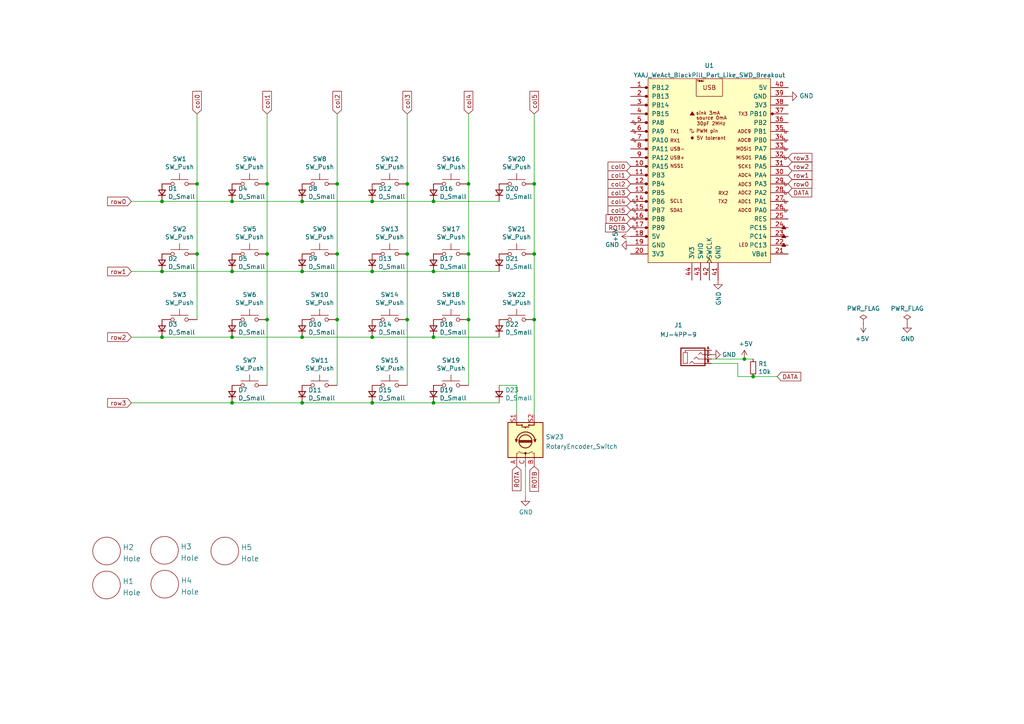
<source format=kicad_sch>
(kicad_sch (version 20211123) (generator eeschema)
  (paper "A4")
  (lib_symbols
    (symbol "Device:D_Small" (pin_numbers hide) (pin_names (offset 0.254) hide)
      (property "Reference" "D" (at -1.27 2.032 0))
      (property "Value" "Device_D_Small" (at -3.81 -2.032 0))
      (symbol "D_Small_0_1"
        (polyline (pts (xy -0.762 -1.016) (xy -0.762 1.016)) (stroke (width 0.254)))
        (polyline (pts (xy -0.762 0) (xy 0.762 0)))
        (polyline (pts (xy 0.762 -1.016) (xy -0.762 0) (xy 0.762 1.016) (xy 0.762 -1.016)) (stroke (width 0.254)))
      )
      (symbol "D_Small_1_1"
        (pin passive line (at -2.54 0 0) (length 1.778) (name "K") (number "1"))
        (pin passive line (at 2.54 0 180) (length 1.778) (name "A") (number "2"))
      )
    )
    (symbol "Device:R_Small" (pin_numbers hide) (pin_names (offset 0.254) hide)
      (property "Reference" "R" (at 0.762 0.508 0))
      (property "Value" "Device_R_Small" (at 0.762 -1.016 0))
      (symbol "R_Small_0_1"
        (rectangle (start -0.762 1.778) (end 0.762 -1.778) (stroke (width 0.2032)))
      )
      (symbol "R_Small_1_1"
        (pin passive line (at 0 2.54 270) (length 0.762) (name "~") (number "1"))
        (pin passive line (at 0 -2.54 90) (length 0.762) (name "~") (number "2"))
      )
    )
    (symbol "Device:RotaryEncoder_Switch" (pin_names (offset 0.254) hide)
      (property "Reference" "SW" (at 0 6.604 0))
      (property "Value" "RotaryEncoder_Switch" (at 0 -6.604 0))
      (symbol "RotaryEncoder_Switch_0_1"
        (rectangle (start -5.08 5.08) (end 5.08 -5.08) (stroke (width 0.254)) (fill (type background)))
        (circle (center -3.81 0) (radius 0.254) (fill (type outline)))
        (arc (start -0.381 -2.794) (mid 2.3622 -0.0635) (end -0.381 2.667) (stroke (width 0.254)))
        (circle (center -0.381 0) (radius 1.905) (stroke (width 0.254)))
        (polyline (pts (xy -0.635 -1.778) (xy -0.635 1.778)) (stroke (width 0.254)))
        (polyline (pts (xy -0.381 -1.778) (xy -0.381 1.778)) (stroke (width 0.254)))
        (polyline (pts (xy -0.127 1.778) (xy -0.127 -1.778)) (stroke (width 0.254)))
        (polyline (pts (xy 3.81 0) (xy 3.429 0)) (stroke (width 0.254)))
        (polyline (pts (xy 3.81 1.016) (xy 3.81 -1.016)) (stroke (width 0.254)))
        (polyline (pts (xy -5.08 -2.54) (xy -3.81 -2.54) (xy -3.81 -2.032)))
        (polyline (pts (xy -5.08 2.54) (xy -3.81 2.54) (xy -3.81 2.032)))
        (polyline (pts (xy 0.254 -3.048) (xy -0.508 -2.794) (xy 0.127 -2.413)) (stroke (width 0.254)))
        (polyline (pts (xy 0.254 2.921) (xy -0.508 2.667) (xy 0.127 2.286)) (stroke (width 0.254)))
        (polyline (pts (xy 5.08 -2.54) (xy 4.318 -2.54) (xy 4.318 -1.016)) (stroke (width 0.254)))
        (polyline (pts (xy 5.08 2.54) (xy 4.318 2.54) (xy 4.318 1.016)) (stroke (width 0.254)))
        (polyline (pts (xy -5.08 0) (xy -3.81 0) (xy -3.81 -1.016) (xy -3.302 -2.032)))
        (polyline (pts (xy -4.318 0) (xy -3.81 0) (xy -3.81 1.016) (xy -3.302 2.032)))
        (circle (center 4.318 -1.016) (radius 0.127) (stroke (width 0.254)))
        (circle (center 4.318 1.016) (radius 0.127) (stroke (width 0.254)))
      )
      (symbol "RotaryEncoder_Switch_1_1"
        (pin passive line (at -7.62 2.54 0) (length 2.54) (name "A") (number "A"))
        (pin passive line (at -7.62 -2.54 0) (length 2.54) (name "B") (number "B"))
        (pin passive line (at -7.62 0 0) (length 2.54) (name "C") (number "C"))
        (pin passive line (at 7.62 2.54 180) (length 2.54) (name "S1") (number "S1"))
        (pin passive line (at 7.62 -2.54 180) (length 2.54) (name "S2") (number "S2"))
      )
    )
    (symbol "Switch:SW_Push" (pin_numbers hide) (pin_names (offset 1.016) hide)
      (property "Reference" "SW" (at 1.27 2.54 0))
      (property "Value" "Switch_SW_Push" (at 0 -1.524 0))
      (symbol "SW_Push_0_1"
        (circle (center -2.032 0) (radius 0.508))
        (polyline (pts (xy 0 1.27) (xy 0 3.048)))
        (polyline (pts (xy 2.54 1.27) (xy -2.54 1.27)))
        (circle (center 2.032 0) (radius 0.508))
        (pin passive line (at -5.08 0 0) (length 2.54) (name "1") (number "1"))
        (pin passive line (at 5.08 0 180) (length 2.54) (name "2") (number "2"))
      )
    )
    (symbol "YAAJ_WeAct_BlackPill_Part_Like_SWD_Breakout:YAAJ_WeAct_BlackPill_Part_Like_SWD_Breakout" (pin_names (offset 1.016))
      (property "Reference" "U" (at -17.526 27.94 0))
      (property "Value" "YAAJ_WeAct_BlackPill_Part_Like_SWD_Breakout" (at 9.144 27.94 0))
      (symbol "YAAJ_WeAct_BlackPill_Part_Like_SWD_Breakout_0_0"
        (circle (center -18.288 -20.32) (radius 0.3556) (fill (type outline)))
        (circle (center -18.288 -17.78) (radius 0.3556) (fill (type outline)))
        (circle (center -18.288 -15.24) (radius 0.3556) (fill (type outline)))
        (circle (center -18.288 -12.7) (radius 0.3556) (fill (type outline)))
        (circle (center -18.288 -10.16) (radius 0.3556) (fill (type outline)))
        (circle (center -18.288 -7.62) (radius 0.3556) (fill (type outline)))
        (circle (center -18.288 -5.08) (radius 0.3556) (fill (type outline)))
        (circle (center -18.288 -2.54) (radius 0.3556) (fill (type outline)))
        (circle (center -18.288 0) (radius 0.3556) (fill (type outline)))
        (circle (center -18.288 2.54) (radius 0.3556) (fill (type outline)))
        (circle (center -18.288 5.08) (radius 0.3556) (fill (type outline)))
        (circle (center -18.288 7.62) (radius 0.3556) (fill (type outline)))
        (circle (center -18.288 10.16) (radius 0.3556) (fill (type outline)))
        (circle (center -18.288 12.7) (radius 0.3556) (fill (type outline)))
        (circle (center -18.288 15.24) (radius 0.3556) (fill (type outline)))
        (circle (center -18.288 17.78) (radius 0.3556) (fill (type outline)))
        (circle (center -18.288 22.86) (radius 0.3556) (fill (type outline)))
        (circle (center -4.953 8.255) (radius 0.127) (fill (type outline)))
        (circle (center -4.953 8.255) (radius 0.254))
        (circle (center -4.953 8.255) (radius 0.3556))
        (polyline (pts (xy -5.588 14.859) (xy -4.953 15.875) (xy -4.318 14.859) (xy -5.588 14.859) (xy -4.953 15.748) (xy -4.445 14.859) (xy -5.461 14.986) (xy -4.953 15.621) (xy -4.572 14.859) (xy -5.334 15.113) (xy -4.826 15.494) (xy -4.699 14.859) (xy -5.207 15.24) (xy -4.699 15.367) (xy -4.826 14.986) (xy -5.08 15.24) (xy -4.826 15.113) (xy -4.953 15.367)))
        (polyline (pts (xy 20.955 -23.241) (xy 21.59 -22.225) (xy 22.225 -23.241) (xy 20.955 -23.241) (xy 21.59 -22.352) (xy 22.098 -23.241) (xy 21.082 -23.114) (xy 21.59 -22.479) (xy 21.971 -23.241) (xy 21.209 -22.987) (xy 21.717 -22.606) (xy 21.844 -23.241) (xy 21.336 -22.86) (xy 21.844 -22.733) (xy 21.717 -23.114) (xy 21.463 -22.86) (xy 21.717 -22.987) (xy 21.59 -22.733)))
        (polyline (pts (xy 20.955 -20.701) (xy 21.59 -19.685) (xy 22.225 -20.701) (xy 20.955 -20.701) (xy 21.59 -19.812) (xy 22.098 -20.701) (xy 21.082 -20.574) (xy 21.59 -19.939) (xy 21.971 -20.701) (xy 21.209 -20.447) (xy 21.717 -20.066) (xy 21.844 -20.701) (xy 21.336 -20.32) (xy 21.844 -20.193) (xy 21.717 -20.574) (xy 21.463 -20.32) (xy 21.717 -20.447) (xy 21.59 -20.193)))
        (polyline (pts (xy 20.955 -18.161) (xy 21.59 -17.145) (xy 22.225 -18.161) (xy 20.955 -18.161) (xy 21.59 -17.272) (xy 22.098 -18.161) (xy 21.082 -18.034) (xy 21.59 -17.399) (xy 21.971 -18.161) (xy 21.209 -17.907) (xy 21.717 -17.526) (xy 21.844 -18.161) (xy 21.336 -17.78) (xy 21.844 -17.653) (xy 21.717 -18.034) (xy 21.463 -17.78) (xy 21.717 -17.907) (xy 21.59 -17.653)))
        (circle (center 18.288 15.24) (radius 0.254) (fill (type outline)))
        (circle (center 18.288 15.24) (radius 0.3556))
        (text "30pF 2MHz" (at 0.508 12.446 0) (effects (font (size 0.9906 0.9906))))
        (text "5V tolerant" (at 0.508 8.255 0) (effects (font (size 0.9906 0.9906))))
        (text "ADC0" (at 10.287 -12.7 0) (effects (font (size 0.9906 0.9906))))
        (text "ADC1" (at 10.287 -10.16 0) (effects (font (size 0.9906 0.9906))))
        (text "ADC2" (at 10.287 -7.62 0) (effects (font (size 0.9906 0.9906))))
        (text "ADC3" (at 10.287 -5.207 0) (effects (font (size 0.9906 0.9906))))
        (text "ADC4" (at 10.287 -2.54 0) (effects (font (size 0.9906 0.9906))))
        (text "ADC8" (at 10.16 7.62 0) (effects (font (size 0.9906 0.9906))))
        (text "ADC9" (at 10.16 10.16 0) (effects (font (size 0.9906 0.9906))))
        (text "LED" (at 9.906 -22.733 0) (effects (font (size 0.9906 0.9906))))
        (text "MISO1" (at 10.033 2.54 0) (effects (font (size 0.9906 0.9906))))
        (text "MOSI1" (at 10.033 5.08 0) (effects (font (size 0.9906 0.9906))))
        (text "NSS1" (at -9.398 0.127 0) (effects (font (size 0.9906 0.9906))))
        (text "PWM pin" (at -0.635 10.287 0) (effects (font (size 0.9906 0.9906))))
        (text "RX1" (at -9.906 7.493 0) (effects (font (size 0.9906 0.9906))))
        (text "RX2" (at 4.064 -7.747 0) (effects (font (size 0.9906 0.9906))))
        (text "SCK1" (at 10.287 0 0) (effects (font (size 0.9906 0.9906))))
        (text "SCL1" (at -9.525 -10.033 0) (effects (font (size 0.9906 0.9906))))
        (text "SDA1" (at -9.525 -12.7 0) (effects (font (size 0.9906 0.9906))))
        (text "sink 3mA" (at -0.381 15.494 0) (effects (font (size 0.9906 0.9906))))
        (text "source 0mA" (at 0.635 14.097 0) (effects (font (size 0.9906 0.9906))))
        (text "TX1" (at -10.033 10.16 0) (effects (font (size 0.9906 0.9906))))
        (text "TX2" (at 3.937 -10.16 0) (effects (font (size 0.9906 0.9906))))
        (text "TX3" (at 9.779 15.24 0) (effects (font (size 0.9906 0.9906))))
        (text "USB" (at 0 22.86 0) (effects (font (size 1.27 1.27))))
        (text "USB+" (at -9.271 2.54 0) (effects (font (size 0.9906 0.9906))))
        (text "USB-" (at -9.271 5.08 0) (effects (font (size 0.9906 0.9906))))
        (text "Y@@J" (at -2.5654 24.8412 0) (effects (font (size 0.508 0.508))))
      )
      (symbol "YAAJ_WeAct_BlackPill_Part_Like_SWD_Breakout_0_1"
        (rectangle (start -17.78 25.4) (end 17.78 -27.94) (fill (type background)))
        (polyline (pts (xy -21.336 -17.78) (xy -21.336 -18.288) (xy -21.844 -18.288) (xy -21.844 -17.272) (xy -22.352 -17.272) (xy -22.352 -17.78)))
        (polyline (pts (xy -21.336 -15.24) (xy -21.336 -15.748) (xy -21.844 -15.748) (xy -21.844 -14.732) (xy -22.352 -14.732) (xy -22.352 -15.24)))
        (polyline (pts (xy -21.336 -12.7) (xy -21.336 -13.208) (xy -21.844 -13.208) (xy -21.844 -12.192) (xy -22.352 -12.192) (xy -22.352 -12.7)))
        (polyline (pts (xy -21.336 -10.16) (xy -21.336 -10.668) (xy -21.844 -10.668) (xy -21.844 -9.652) (xy -22.352 -9.652) (xy -22.352 -10.16)))
        (polyline (pts (xy -21.336 7.62) (xy -21.336 7.112) (xy -21.844 7.112) (xy -21.844 8.128) (xy -22.352 8.128) (xy -22.352 7.62)))
        (polyline (pts (xy -21.336 10.16) (xy -21.336 9.652) (xy -21.844 9.652) (xy -21.844 10.668) (xy -22.352 10.668) (xy -22.352 10.16)))
        (polyline (pts (xy -21.336 12.7) (xy -21.336 12.192) (xy -21.844 12.192) (xy -21.844 13.208) (xy -22.352 13.208) (xy -22.352 12.7)))
        (polyline (pts (xy -4.572 10.287) (xy -4.572 9.779) (xy -5.08 9.779) (xy -5.08 10.795) (xy -5.588 10.795) (xy -5.588 10.287)))
        (polyline (pts (xy 22.352 -12.7) (xy 22.352 -13.208) (xy 21.844 -13.208) (xy 21.844 -12.192) (xy 21.336 -12.192) (xy 21.336 -12.7)))
        (polyline (pts (xy 22.352 -10.16) (xy 22.352 -10.668) (xy 21.844 -10.668) (xy 21.844 -9.652) (xy 21.336 -9.652) (xy 21.336 -10.16)))
        (polyline (pts (xy 22.352 -7.62) (xy 22.352 -8.128) (xy 21.844 -8.128) (xy 21.844 -7.112) (xy 21.336 -7.112) (xy 21.336 -7.62)))
        (polyline (pts (xy 22.352 -5.08) (xy 22.352 -5.588) (xy 21.844 -5.588) (xy 21.844 -4.572) (xy 21.336 -4.572) (xy 21.336 -5.08)))
        (polyline (pts (xy 22.352 2.54) (xy 22.352 2.032) (xy 21.844 2.032) (xy 21.844 3.048) (xy 21.336 3.048) (xy 21.336 2.54)))
        (polyline (pts (xy 22.352 5.08) (xy 22.352 4.572) (xy 21.844 4.572) (xy 21.844 5.588) (xy 21.336 5.588) (xy 21.336 5.08)))
        (polyline (pts (xy 22.352 7.62) (xy 22.352 7.112) (xy 21.844 7.112) (xy 21.844 8.128) (xy 21.336 8.128) (xy 21.336 7.62)))
        (polyline (pts (xy 22.352 10.16) (xy 22.352 9.652) (xy 21.844 9.652) (xy 21.844 10.668) (xy 21.336 10.668) (xy 21.336 10.16)))
        (rectangle (start 3.81 25.4) (end -3.81 20.32))
      )
      (symbol "YAAJ_WeAct_BlackPill_Part_Like_SWD_Breakout_1_1"
        (circle (center -18.288 20.32) (radius 0.3556) (fill (type outline)))
        (pin bidirectional line (at -22.86 22.86 0) (length 5.08) (name "PB12") (number "1"))
        (pin bidirectional line (at -22.86 0 0) (length 5.08) (name "PA15") (number "10"))
        (pin bidirectional line (at -22.86 -2.54 0) (length 5.08) (name "PB3") (number "11"))
        (pin bidirectional line (at -22.86 -5.08 0) (length 5.08) (name "PB4") (number "12"))
        (pin bidirectional line (at -22.86 -7.62 0) (length 5.08) (name "PB5") (number "13"))
        (pin bidirectional line (at -22.86 -10.16 0) (length 5.08) (name "PB6") (number "14"))
        (pin bidirectional line (at -22.86 -12.7 0) (length 5.08) (name "PB7") (number "15"))
        (pin bidirectional line (at -22.86 -15.24 0) (length 5.08) (name "PB8") (number "16"))
        (pin bidirectional line (at -22.86 -17.78 0) (length 5.08) (name "PB9") (number "17"))
        (pin power_in line (at -22.86 -20.32 0) (length 5.08) (name "5V") (number "18"))
        (pin power_in line (at -22.86 -22.86 0) (length 5.08) (name "GND") (number "19"))
        (pin bidirectional line (at -22.86 20.32 0) (length 5.08) (name "PB13") (number "2"))
        (pin power_in line (at -22.86 -25.4 0) (length 5.08) (name "3V3") (number "20"))
        (pin power_in line (at 22.86 -25.4 180) (length 5.08) (name "VBat") (number "21"))
        (pin bidirectional line (at 22.86 -22.86 180) (length 5.08) (name "PC13") (number "22"))
        (pin bidirectional line (at 22.86 -20.32 180) (length 5.08) (name "PC14") (number "23"))
        (pin bidirectional line (at 22.86 -17.78 180) (length 5.08) (name "PC15") (number "24"))
        (pin input line (at 22.86 -15.24 180) (length 5.08) (name "RES") (number "25"))
        (pin bidirectional line (at 22.86 -12.7 180) (length 5.08) (name "PA0") (number "26"))
        (pin bidirectional line (at 22.86 -10.16 180) (length 5.08) (name "PA1") (number "27"))
        (pin bidirectional line (at 22.86 -7.62 180) (length 5.08) (name "PA2") (number "28"))
        (pin bidirectional line (at 22.86 -5.08 180) (length 5.08) (name "PA3") (number "29"))
        (pin bidirectional line (at -22.86 17.78 0) (length 5.08) (name "PB14") (number "3"))
        (pin bidirectional line (at 22.86 -2.54 180) (length 5.08) (name "PA4") (number "30"))
        (pin bidirectional line (at 22.86 0 180) (length 5.08) (name "PA5") (number "31"))
        (pin bidirectional line (at 22.86 2.54 180) (length 5.08) (name "PA6") (number "32"))
        (pin bidirectional line (at 22.86 5.08 180) (length 5.08) (name "PA7") (number "33"))
        (pin bidirectional line (at 22.86 7.62 180) (length 5.08) (name "PB0") (number "34"))
        (pin bidirectional line (at 22.86 10.16 180) (length 5.08) (name "PB1") (number "35"))
        (pin bidirectional line (at 22.86 12.7 180) (length 5.08) (name "PB2") (number "36"))
        (pin bidirectional line (at 22.86 15.24 180) (length 5.08) (name "PB10") (number "37"))
        (pin power_in line (at 22.86 17.78 180) (length 5.08) (name "3V3") (number "38"))
        (pin power_in line (at 22.86 20.32 180) (length 5.08) (name "GND") (number "39"))
        (pin bidirectional line (at -22.86 15.24 0) (length 5.08) (name "PB15") (number "4"))
        (pin power_in line (at 22.86 22.86 180) (length 5.08) (name "5V") (number "40"))
        (pin power_in line (at 2.54 -33.02 90) (length 5.08) (name "GND") (number "41"))
        (pin bidirectional clock (at 0 -33.02 90) (length 5.08) (name "SWCLK") (number "42"))
        (pin bidirectional line (at -2.54 -33.02 90) (length 5.08) (name "SWIO") (number "43"))
        (pin power_in line (at -5.08 -33.02 90) (length 5.08) (name "3V3") (number "44"))
        (pin bidirectional line (at -22.86 12.7 0) (length 5.08) (name "PA8") (number "5"))
        (pin bidirectional line (at -22.86 10.16 0) (length 5.08) (name "PA9") (number "6"))
        (pin bidirectional line (at -22.86 7.62 0) (length 5.08) (name "PA10") (number "7"))
        (pin bidirectional line (at -22.86 5.08 0) (length 5.08) (name "PA11") (number "8"))
        (pin bidirectional line (at -22.86 2.54 0) (length 5.08) (name "PA12") (number "9"))
      )
    )
    (symbol "kbd:MJ-4PP-9" (pin_names (offset 1.016))
      (property "Reference" "J" (at 0 3.81 0))
      (property "Value" "MJ-4PP-9" (at 0 -3.81 0))
      (symbol "MJ-4PP-9_0_1"
        (rectangle (start -1.905 -1.905) (end -3.175 1.27))
        (polyline (pts (xy -2.54 1.27) (xy -2.54 1.905) (xy 3.175 1.905)))
        (polyline (pts (xy -1.27 -1.905) (xy -0.635 -1.27) (xy 0 -1.905) (xy 3.175 -1.905)))
        (polyline (pts (xy 0 -0.635) (xy 0.635 0) (xy 1.27 -0.635) (xy 3.175 -0.635)))
        (polyline (pts (xy 1.27 0.635) (xy 1.905 1.27) (xy 2.54 0.635) (xy 3.175 0.635)))
        (rectangle (start 3.175 2.54) (end -3.81 -2.54) (stroke (width 0.3048)))
      )
      (symbol "MJ-4PP-9_1_1"
        (pin input line (at 5.08 1.905 180) (length 2.0066) (name "~") (number "A"))
        (pin input line (at 5.08 -1.905 180) (length 2.0066) (name "~") (number "B"))
        (pin input line (at 5.08 -0.635 180) (length 2.0066) (name "~") (number "C"))
        (pin input line (at 5.08 0.635 180) (length 2.0066) (name "~") (number "D"))
      )
    )
    (symbol "keebio:Hole" (pin_names (offset 1.016))
      (property "Reference" "H" (at 0 -1.27 0))
      (property "Value" "Hole" (at 0 1.27 0))
      (symbol "Hole_0_1"
        (circle (center 0 0) (radius 4.0132))
      )
    )
    (symbol "power:+5V" (power) (pin_names (offset 0))
      (property "Value" "power_+5V" (at 0 3.556 0))
      (symbol "+5V_0_1"
        (polyline (pts (xy -0.762 1.27) (xy 0 2.54)))
        (polyline (pts (xy 0 0) (xy 0 2.54)))
        (polyline (pts (xy 0 2.54) (xy 0.762 1.27)))
      )
      (symbol "+5V_1_1"
        (pin power_in line (at 0 0 90) (length 0) hide (name "+5V") (number "1"))
      )
    )
    (symbol "power:GND" (power) (pin_names (offset 0))
      (property "Value" "power_GND" (at 0 -3.81 0))
      (symbol "GND_0_1"
        (polyline (pts (xy 0 0) (xy 0 -1.27) (xy 1.27 -1.27) (xy 0 -2.54) (xy -1.27 -1.27) (xy 0 -1.27)))
      )
      (symbol "GND_1_1"
        (pin power_in line (at 0 0 270) (length 0) hide (name "GND") (number "1"))
      )
    )
    (symbol "power:PWR_FLAG" (power) (pin_numbers hide) (pin_names (offset 0) hide)
      (property "Value" "power_PWR_FLAG" (at 0 3.81 0))
      (symbol "PWR_FLAG_0_0"
        (pin power_out line (at 0 0 90) (length 0) (name "pwr") (number "1"))
      )
      (symbol "PWR_FLAG_0_1"
        (polyline (pts (xy 0 0) (xy 0 1.27) (xy -1.016 1.905) (xy 0 2.54) (xy 1.016 1.905) (xy 0 1.27)))
      )
    )
  )
  (junction (at 87.63 97.79))
  (junction (at 125.73 58.42))
  (junction (at 46.99 97.79))
  (junction (at 107.95 58.42))
  (junction (at 77.47 73.66))
  (junction (at 154.94 73.66))
  (junction (at 67.31 78.74))
  (junction (at 87.63 58.42))
  (junction (at 125.73 116.84))
  (junction (at 57.15 73.66))
  (junction (at 154.94 53.34))
  (junction (at 107.95 116.84))
  (junction (at 218.44 109.22))
  (junction (at 118.11 53.34))
  (junction (at 46.99 58.42))
  (junction (at 77.47 53.34))
  (junction (at 154.94 92.71))
  (junction (at 87.63 78.74))
  (junction (at 87.63 116.84))
  (junction (at 125.73 78.74))
  (junction (at 67.31 116.84))
  (junction (at 97.79 92.71))
  (junction (at 118.11 92.71))
  (junction (at 135.89 53.34))
  (junction (at 107.95 97.79))
  (junction (at 215.9 104.14))
  (junction (at 125.73 97.79))
  (junction (at 67.31 97.79))
  (junction (at 46.99 78.74))
  (junction (at 118.11 73.66))
  (junction (at 57.15 53.34))
  (junction (at 135.89 73.66))
  (junction (at 97.79 73.66))
  (junction (at 135.89 92.71))
  (junction (at 77.47 92.71))
  (junction (at 67.31 58.42))
  (junction (at 97.79 53.34))
  (junction (at 107.95 78.74))
  (wire (pts (xy 57.15 53.34) (xy 57.15 73.66)))
  (wire (pts (xy 87.63 97.79) (xy 67.31 97.79)))
  (wire (pts (xy 77.47 73.66) (xy 77.47 92.71)))
  (wire (pts (xy 67.31 58.42) (xy 46.99 58.42)))
  (wire (pts (xy 206.375 105.41) (xy 213.995 105.41)))
  (wire (pts (xy 213.995 105.41) (xy 213.995 109.22)))
  (wire (pts (xy 213.995 109.22) (xy 218.44 109.22)))
  (wire (pts (xy 135.89 33.02) (xy 135.89 53.34)))
  (wire (pts (xy 77.47 33.02) (xy 77.47 53.34)))
  (wire (pts (xy 97.79 92.71) (xy 97.79 73.66)))
  (wire (pts (xy 107.95 78.74) (xy 87.63 78.74)))
  (wire (pts (xy 97.79 33.02) (xy 97.79 53.34)))
  (wire (pts (xy 118.11 33.02) (xy 118.11 53.34)))
  (wire (pts (xy 57.15 73.66) (xy 57.15 92.71)))
  (wire (pts (xy 144.78 58.42) (xy 125.73 58.42)))
  (wire (pts (xy 144.78 97.79) (xy 125.73 97.79)))
  (wire (pts (xy 135.89 92.71) (xy 135.89 111.76)))
  (wire (pts (xy 67.31 116.84) (xy 38.1 116.84)))
  (wire (pts (xy 107.95 97.79) (xy 87.63 97.79)))
  (wire (pts (xy 118.11 73.66) (xy 118.11 53.34)))
  (wire (pts (xy 206.375 104.14) (xy 215.9 104.14)))
  (wire (pts (xy 218.44 109.22) (xy 225.425 109.22)))
  (wire (pts (xy 215.9 104.14) (xy 218.44 104.14)))
  (wire (pts (xy 118.11 92.71) (xy 118.11 111.76)))
  (wire (pts (xy 118.11 92.71) (xy 118.11 73.66)))
  (wire (pts (xy 87.63 116.84) (xy 67.31 116.84)))
  (wire (pts (xy 144.78 78.74) (xy 125.73 78.74)))
  (wire (pts (xy 77.47 92.71) (xy 77.47 111.76)))
  (wire (pts (xy 125.73 97.79) (xy 107.95 97.79)))
  (wire (pts (xy 107.95 116.84) (xy 125.73 116.84)))
  (wire (pts (xy 152.4 135.255) (xy 152.4 144.145)))
  (wire (pts (xy 46.99 97.79) (xy 67.31 97.79)))
  (wire (pts (xy 107.95 58.42) (xy 87.63 58.42)))
  (wire (pts (xy 46.99 97.79) (xy 38.1 97.79)))
  (wire (pts (xy 125.73 78.74) (xy 107.95 78.74)))
  (wire (pts (xy 38.1 58.42) (xy 46.99 58.42)))
  (wire (pts (xy 154.94 73.66) (xy 154.94 92.71)))
  (wire (pts (xy 154.94 92.71) (xy 154.94 120.015)))
  (wire (pts (xy 154.94 53.34) (xy 154.94 73.66)))
  (wire (pts (xy 154.94 33.02) (xy 154.94 53.34)))
  (wire (pts (xy 46.99 78.74) (xy 38.1 78.74)))
  (wire (pts (xy 125.73 58.42) (xy 107.95 58.42)))
  (wire (pts (xy 97.79 73.66) (xy 97.79 53.34)))
  (wire (pts (xy 97.79 92.71) (xy 97.79 111.76)))
  (wire (pts (xy 135.89 53.34) (xy 135.89 73.66)))
  (wire (pts (xy 149.86 111.76) (xy 144.78 111.76)))
  (wire (pts (xy 149.86 120.015) (xy 149.86 111.76)))
  (wire (pts (xy 87.63 78.74) (xy 67.31 78.74)))
  (wire (pts (xy 125.73 116.84) (xy 144.78 116.84)))
  (wire (pts (xy 57.15 33.02) (xy 57.15 53.34)))
  (wire (pts (xy 77.47 73.66) (xy 77.47 53.34)))
  (wire (pts (xy 87.63 58.42) (xy 67.31 58.42)))
  (wire (pts (xy 67.31 78.74) (xy 46.99 78.74)))
  (wire (pts (xy 135.89 73.66) (xy 135.89 92.71)))
  (wire (pts (xy 87.63 116.84) (xy 107.95 116.84)))
  (global_label "DATA" (shape input) (at 225.425 109.22 0) (property "Intersheet References" "${INTERSHEET_REFS}" (effects hide)))
  (global_label "row0" (shape input) (at 38.1 58.42 180) (property "Intersheet References" "${INTERSHEET_REFS}" (effects hide)))
  (global_label "col3" (shape input) (at 118.11 33.02 90) (property "Intersheet References" "${INTERSHEET_REFS}" (effects hide)))
  (global_label "ROTB" (shape input) (at 154.94 135.255 270) (property "Intersheet References" "${INTERSHEET_REFS}" (effects hide)))
  (global_label "col1" (shape input) (at 77.47 33.02 90) (property "Intersheet References" "${INTERSHEET_REFS}" (effects hide)))
  (global_label "col4" (shape input) (at 182.88 58.42 180) (property "Intersheet References" "${INTERSHEET_REFS}" (effects hide)))
  (global_label "row0" (shape input) (at 228.6 53.34 0) (property "Intersheet References" "${INTERSHEET_REFS}" (effects hide)))
  (global_label "row2" (shape input) (at 38.1 97.79 180) (property "Intersheet References" "${INTERSHEET_REFS}" (effects hide)))
  (global_label "row1" (shape input) (at 228.6 50.8 0) (property "Intersheet References" "${INTERSHEET_REFS}" (effects hide)))
  (global_label "row1" (shape input) (at 38.1 78.74 180) (property "Intersheet References" "${INTERSHEET_REFS}" (effects hide)))
  (global_label "ROTA" (shape input) (at 182.88 63.5 180) (property "Intersheet References" "${INTERSHEET_REFS}" (effects hide)))
  (global_label "col0" (shape input) (at 57.15 33.02 90) (property "Intersheet References" "${INTERSHEET_REFS}" (effects hide)))
  (global_label "row3" (shape input) (at 228.6 45.72 0) (property "Intersheet References" "${INTERSHEET_REFS}" (effects hide)))
  (global_label "row3" (shape input) (at 38.1 116.84 180) (property "Intersheet References" "${INTERSHEET_REFS}" (effects hide)))
  (global_label "col0" (shape input) (at 182.88 48.26 180) (property "Intersheet References" "${INTERSHEET_REFS}" (effects hide)))
  (global_label "row2" (shape input) (at 228.6 48.26 0) (property "Intersheet References" "${INTERSHEET_REFS}" (effects hide)))
  (global_label "ROTB" (shape input) (at 182.88 66.04 180) (property "Intersheet References" "${INTERSHEET_REFS}" (effects hide)))
  (global_label "col4" (shape input) (at 135.89 33.02 90) (property "Intersheet References" "${INTERSHEET_REFS}" (effects hide)))
  (global_label "col5" (shape input) (at 182.88 60.96 180) (property "Intersheet References" "${INTERSHEET_REFS}" (effects hide)))
  (global_label "col1" (shape input) (at 182.88 50.8 180) (property "Intersheet References" "${INTERSHEET_REFS}" (effects hide)))
  (global_label "col5" (shape input) (at 154.94 33.02 90) (property "Intersheet References" "${INTERSHEET_REFS}" (effects hide)))
  (global_label "DATA" (shape input) (at 228.6 55.88 0) (property "Intersheet References" "${INTERSHEET_REFS}" (effects hide)))
  (global_label "ROTA" (shape input) (at 149.86 135.255 270) (property "Intersheet References" "${INTERSHEET_REFS}" (effects hide)))
  (global_label "col3" (shape input) (at 182.88 55.88 180) (property "Intersheet References" "${INTERSHEET_REFS}" (effects hide)))
  (global_label "col2" (shape input) (at 97.79 33.02 90) (property "Intersheet References" "${INTERSHEET_REFS}" (effects hide)))
  (global_label "col2" (shape input) (at 182.88 53.34 180) (property "Intersheet References" "${INTERSHEET_REFS}" (effects hide)))
  (symbol (lib_id "power:PWR_FLAG") (at 250.4186 93.8784 0) (unit 1)
    (property "Reference" "#FLG01" (effects hide))
    (property "Value" "PWR_FLAG" (at 250.4186 89.4842 0))
  )
  (symbol (lib_id "power:PWR_FLAG") (at 263.1186 93.8784 0) (unit 1)
    (property "Reference" "#FLG02" (effects hide))
    (property "Value" "PWR_FLAG" (at 263.1186 89.4842 0))
  )
  (symbol (lib_id "power:GND") (at 263.1186 93.8784 0) (unit 1)
    (property "Reference" "#PWR09" (effects hide))
    (property "Value" "GND" (at 263.2456 98.2726 0))
  )
  (symbol (lib_id "Switch:SW_Push") (at 72.39 111.76 0) (unit 1)
    (property "Reference" "SW7" (at 72.39 104.521 0))
    (property "Value" "SW_Push" (at 72.39 106.8324 0))
    (property "Footprint" "marbastlib-mx:SW_MX_Reversible_1u_PadsOnBothLayers" (effects hide))
  )
  (symbol (lib_id "Switch:SW_Push") (at 92.71 111.76 0) (unit 1)
    (property "Reference" "SW11" (at 92.71 104.521 0))
    (property "Value" "SW_Push" (at 92.71 106.8324 0))
    (property "Footprint" "marbastlib-mx:SW_MX_Reversible_1u_PadsOnBothLayers" (effects hide))
  )
  (symbol (lib_id "Switch:SW_Push") (at 113.03 111.76 0) (unit 1)
    (property "Reference" "SW15" (at 113.03 104.521 0))
    (property "Value" "SW_Push" (at 113.03 106.8324 0))
    (property "Footprint" "marbastlib-mx:SW_MX_Reversible_1u_PadsOnBothLayers" (effects hide))
  )
  (symbol (lib_id "Switch:SW_Push") (at 130.81 111.76 0) (unit 1)
    (property "Reference" "SW19" (at 130.81 104.521 0))
    (property "Value" "SW_Push" (at 130.81 106.8324 0))
    (property "Footprint" "marbastlib-mx:SW_MX_Reversible_1u_PadsOnBothLayers" (effects hide))
  )
  (symbol (lib_id "Switch:SW_Push") (at 52.07 53.34 0) (unit 1)
    (property "Reference" "SW1" (at 52.07 46.101 0))
    (property "Value" "SW_Push" (at 52.07 48.4124 0))
    (property "Footprint" "marbastlib-mx:SW_MX_Reversible_1u_PadsOnBothLayers" (effects hide))
  )
  (symbol (lib_id "Device:D_Small") (at 46.99 55.88 90) (unit 1)
    (property "Reference" "D1" (at 48.768 54.7116 90) (effects (justify right)))
    (property "Value" "D_Small" (at 48.768 57.023 90) (effects (justify right)))
    (property "Footprint" "acheron_Components:D_THT_7.62mm_copy" (effects hide))
  )
  (symbol (lib_id "Switch:SW_Push") (at 72.39 53.34 0) (unit 1)
    (property "Reference" "SW4" (at 72.39 46.101 0))
    (property "Value" "SW_Push" (at 72.39 48.4124 0))
    (property "Footprint" "marbastlib-mx:SW_MX_Reversible_1u_PadsOnBothLayers" (effects hide))
  )
  (symbol (lib_id "Device:D_Small") (at 67.31 55.88 90) (unit 1)
    (property "Reference" "D4" (at 69.088 54.7116 90) (effects (justify right)))
    (property "Value" "D_Small" (at 69.088 57.023 90) (effects (justify right)))
    (property "Footprint" "acheron_Components:D_THT_7.62mm_copy" (effects hide))
  )
  (symbol (lib_id "Switch:SW_Push") (at 92.71 53.34 0) (unit 1)
    (property "Reference" "SW8" (at 92.71 46.101 0))
    (property "Value" "SW_Push" (at 92.71 48.4124 0))
    (property "Footprint" "marbastlib-mx:SW_MX_Reversible_1u_PadsOnBothLayers" (effects hide))
  )
  (symbol (lib_id "Device:D_Small") (at 87.63 55.88 90) (unit 1)
    (property "Reference" "D8" (at 89.408 54.7116 90) (effects (justify right)))
    (property "Value" "D_Small" (at 89.408 57.023 90) (effects (justify right)))
    (property "Footprint" "acheron_Components:D_THT_7.62mm_copy" (effects hide))
  )
  (symbol (lib_id "Switch:SW_Push") (at 113.03 53.34 0) (unit 1)
    (property "Reference" "SW12" (at 113.03 46.101 0))
    (property "Value" "SW_Push" (at 113.03 48.4124 0))
    (property "Footprint" "marbastlib-mx:SW_MX_Reversible_1u_PadsOnBothLayers" (effects hide))
  )
  (symbol (lib_id "Device:D_Small") (at 107.95 55.88 90) (unit 1)
    (property "Reference" "D12" (at 109.728 54.7116 90) (effects (justify right)))
    (property "Value" "D_Small" (at 109.728 57.023 90) (effects (justify right)))
    (property "Footprint" "acheron_Components:D_THT_7.62mm_copy" (effects hide))
  )
  (symbol (lib_id "Switch:SW_Push") (at 130.81 53.34 0) (unit 1)
    (property "Reference" "SW16" (at 130.81 46.101 0))
    (property "Value" "SW_Push" (at 130.81 48.4124 0))
    (property "Footprint" "marbastlib-mx:SW_MX_Reversible_1u_PadsOnBothLayers" (effects hide))
  )
  (symbol (lib_id "Device:D_Small") (at 125.73 55.88 90) (unit 1)
    (property "Reference" "D16" (at 127.508 54.7116 90) (effects (justify right)))
    (property "Value" "D_Small" (at 127.508 57.023 90) (effects (justify right)))
    (property "Footprint" "acheron_Components:D_THT_7.62mm_copy" (effects hide))
  )
  (symbol (lib_id "Switch:SW_Push") (at 52.07 73.66 0) (unit 1)
    (property "Reference" "SW2" (at 52.07 66.421 0))
    (property "Value" "SW_Push" (at 52.07 68.7324 0))
    (property "Footprint" "marbastlib-mx:SW_MX_Reversible_1u_PadsOnBothLayers" (effects hide))
  )
  (symbol (lib_id "Device:D_Small") (at 46.99 76.2 90) (unit 1)
    (property "Reference" "D2" (at 48.768 75.0316 90) (effects (justify right)))
    (property "Value" "D_Small" (at 48.768 77.343 90) (effects (justify right)))
    (property "Footprint" "acheron_Components:D_THT_7.62mm_copy" (effects hide))
  )
  (symbol (lib_id "Switch:SW_Push") (at 72.39 73.66 0) (unit 1)
    (property "Reference" "SW5" (at 72.39 66.421 0))
    (property "Value" "SW_Push" (at 72.39 68.7324 0))
    (property "Footprint" "marbastlib-mx:SW_MX_Reversible_1u_PadsOnBothLayers" (effects hide))
  )
  (symbol (lib_id "Device:D_Small") (at 67.31 76.2 90) (unit 1)
    (property "Reference" "D5" (at 69.088 75.0316 90) (effects (justify right)))
    (property "Value" "D_Small" (at 69.088 77.343 90) (effects (justify right)))
    (property "Footprint" "acheron_Components:D_THT_7.62mm_copy" (effects hide))
  )
  (symbol (lib_id "Switch:SW_Push") (at 92.71 73.66 0) (unit 1)
    (property "Reference" "SW9" (at 92.71 66.421 0))
    (property "Value" "SW_Push" (at 92.71 68.7324 0))
    (property "Footprint" "marbastlib-mx:SW_MX_Reversible_1u_PadsOnBothLayers" (effects hide))
  )
  (symbol (lib_id "Device:D_Small") (at 87.63 76.2 90) (unit 1)
    (property "Reference" "D9" (at 89.408 75.0316 90) (effects (justify right)))
    (property "Value" "D_Small" (at 89.408 77.343 90) (effects (justify right)))
    (property "Footprint" "acheron_Components:D_THT_7.62mm_copy" (effects hide))
  )
  (symbol (lib_id "Switch:SW_Push") (at 113.03 73.66 0) (unit 1)
    (property "Reference" "SW13" (at 113.03 66.421 0))
    (property "Value" "SW_Push" (at 113.03 68.7324 0))
    (property "Footprint" "marbastlib-mx:SW_MX_Reversible_1u_PadsOnBothLayers" (effects hide))
  )
  (symbol (lib_id "Device:D_Small") (at 107.95 76.2 90) (unit 1)
    (property "Reference" "D13" (at 109.728 75.0316 90) (effects (justify right)))
    (property "Value" "D_Small" (at 109.728 77.343 90) (effects (justify right)))
    (property "Footprint" "acheron_Components:D_THT_7.62mm_copy" (effects hide))
  )
  (symbol (lib_id "Switch:SW_Push") (at 130.81 73.66 0) (unit 1)
    (property "Reference" "SW17" (at 130.81 66.421 0))
    (property "Value" "SW_Push" (at 130.81 68.7324 0))
    (property "Footprint" "marbastlib-mx:SW_MX_Reversible_1u_PadsOnBothLayers" (effects hide))
  )
  (symbol (lib_id "Device:D_Small") (at 125.73 76.2 90) (unit 1)
    (property "Reference" "D17" (at 127.508 75.0316 90) (effects (justify right)))
    (property "Value" "D_Small" (at 127.508 77.343 90) (effects (justify right)))
    (property "Footprint" "acheron_Components:D_THT_7.62mm_copy" (effects hide))
  )
  (symbol (lib_id "Switch:SW_Push") (at 149.86 73.66 0) (unit 1)
    (property "Reference" "SW21" (at 149.86 66.421 0))
    (property "Value" "SW_Push" (at 149.86 68.7324 0))
    (property "Footprint" "marbastlib-mx:SW_MX_Reversible_1u_PadsOnBothLayers" (effects hide))
  )
  (symbol (lib_id "Device:D_Small") (at 144.78 76.2 90) (unit 1)
    (property "Reference" "D21" (at 146.558 75.0316 90) (effects (justify right)))
    (property "Value" "D_Small" (at 146.558 77.343 90) (effects (justify right)))
    (property "Footprint" "acheron_Components:D_THT_7.62mm_copy" (effects hide))
  )
  (symbol (lib_id "Switch:SW_Push") (at 52.07 92.71 0) (unit 1)
    (property "Reference" "SW3" (at 52.07 85.471 0))
    (property "Value" "SW_Push" (at 52.07 87.7824 0))
    (property "Footprint" "marbastlib-mx:SW_MX_Reversible_1u_PadsOnBothLayers" (effects hide))
  )
  (symbol (lib_id "Device:D_Small") (at 46.99 95.25 90) (unit 1)
    (property "Reference" "D3" (at 48.768 94.0816 90) (effects (justify right)))
    (property "Value" "D_Small" (at 48.768 96.393 90) (effects (justify right)))
    (property "Footprint" "acheron_Components:D_THT_7.62mm_copy" (effects hide))
  )
  (symbol (lib_id "Switch:SW_Push") (at 72.39 92.71 0) (unit 1)
    (property "Reference" "SW6" (at 72.39 85.471 0))
    (property "Value" "SW_Push" (at 72.39 87.7824 0))
    (property "Footprint" "marbastlib-mx:SW_MX_Reversible_1u_PadsOnBothLayers" (effects hide))
  )
  (symbol (lib_id "Device:D_Small") (at 67.31 95.25 90) (unit 1)
    (property "Reference" "D6" (at 69.088 94.0816 90) (effects (justify right)))
    (property "Value" "D_Small" (at 69.088 96.393 90) (effects (justify right)))
    (property "Footprint" "acheron_Components:D_THT_7.62mm_copy" (effects hide))
  )
  (symbol (lib_id "Switch:SW_Push") (at 92.71 92.71 0) (unit 1)
    (property "Reference" "SW10" (at 92.71 85.471 0))
    (property "Value" "SW_Push" (at 92.71 87.7824 0))
    (property "Footprint" "marbastlib-mx:SW_MX_Reversible_1u_PadsOnBothLayers" (effects hide))
  )
  (symbol (lib_id "Device:D_Small") (at 87.63 95.25 90) (unit 1)
    (property "Reference" "D10" (at 89.408 94.0816 90) (effects (justify right)))
    (property "Value" "D_Small" (at 89.408 96.393 90) (effects (justify right)))
    (property "Footprint" "acheron_Components:D_THT_7.62mm_copy" (effects hide))
  )
  (symbol (lib_id "Switch:SW_Push") (at 113.03 92.71 0) (unit 1)
    (property "Reference" "SW14" (at 113.03 85.471 0))
    (property "Value" "SW_Push" (at 113.03 87.7824 0))
    (property "Footprint" "marbastlib-mx:SW_MX_Reversible_1u_PadsOnBothLayers" (effects hide))
  )
  (symbol (lib_id "Device:D_Small") (at 107.95 95.25 90) (unit 1)
    (property "Reference" "D14" (at 109.728 94.0816 90) (effects (justify right)))
    (property "Value" "D_Small" (at 109.728 96.393 90) (effects (justify right)))
    (property "Footprint" "acheron_Components:D_THT_7.62mm_copy" (effects hide))
  )
  (symbol (lib_id "Switch:SW_Push") (at 130.81 92.71 0) (unit 1)
    (property "Reference" "SW18" (at 130.81 85.471 0))
    (property "Value" "SW_Push" (at 130.81 87.7824 0))
    (property "Footprint" "marbastlib-mx:SW_MX_Reversible_1u_PadsOnBothLayers" (effects hide))
  )
  (symbol (lib_id "Device:D_Small") (at 125.73 95.25 90) (unit 1)
    (property "Reference" "D18" (at 127.508 94.0816 90) (effects (justify right)))
    (property "Value" "D_Small" (at 127.508 96.393 90) (effects (justify right)))
    (property "Footprint" "acheron_Components:D_THT_7.62mm_copy" (effects hide))
  )
  (symbol (lib_id "Switch:SW_Push") (at 149.86 92.71 0) (unit 1)
    (property "Reference" "SW22" (at 149.86 85.471 0))
    (property "Value" "SW_Push" (at 149.86 87.7824 0))
    (property "Footprint" "marbastlib-mx:SW_MX_Reversible_1u_PadsOnBothLayers" (effects hide))
  )
  (symbol (lib_id "Device:D_Small") (at 144.78 95.25 90) (unit 1)
    (property "Reference" "D22" (at 146.558 94.0816 90) (effects (justify right)))
    (property "Value" "D_Small" (at 146.558 96.393 90) (effects (justify right)))
    (property "Footprint" "acheron_Components:D_THT_7.62mm_copy" (effects hide))
  )
  (symbol (lib_id "Device:D_Small") (at 67.31 114.3 90) (unit 1)
    (property "Reference" "D7" (at 69.088 113.1316 90) (effects (justify right)))
    (property "Value" "D_Small" (at 69.088 115.443 90) (effects (justify right)))
    (property "Footprint" "acheron_Components:D_THT_7.62mm_copy" (effects hide))
  )
  (symbol (lib_id "Device:D_Small") (at 87.63 114.3 90) (unit 1)
    (property "Reference" "D11" (at 89.408 113.1316 90) (effects (justify right)))
    (property "Value" "D_Small" (at 89.408 115.443 90) (effects (justify right)))
    (property "Footprint" "acheron_Components:D_THT_7.62mm_copy" (effects hide))
  )
  (symbol (lib_id "Device:D_Small") (at 107.95 114.3 90) (unit 1)
    (property "Reference" "D15" (at 109.728 113.1316 90) (effects (justify right)))
    (property "Value" "D_Small" (at 109.728 115.443 90) (effects (justify right)))
    (property "Footprint" "acheron_Components:D_THT_7.62mm_copy" (effects hide))
  )
  (symbol (lib_id "Device:D_Small") (at 125.73 114.3 90) (unit 1)
    (property "Reference" "D19" (at 127.508 113.1316 90) (effects (justify right)))
    (property "Value" "D_Small" (at 127.508 115.443 90) (effects (justify right)))
    (property "Footprint" "acheron_Components:D_THT_7.62mm_copy" (effects hide))
  )
  (symbol (lib_id "power:GND") (at 152.4 144.145 0) (unit 1)
    (property "Reference" "#PWR01" (effects hide))
    (property "Value" "GND" (at 152.527 148.5392 0))
  )
  (symbol (lib_id "Device:RotaryEncoder_Switch") (at 152.4 127.635 90) (unit 1)
    (property "Reference" "SW23" (at 158.242 126.7265 90) (effects (justify right)))
    (property "Value" "RotaryEncoder_Switch" (at 158.242 129.5016 90) (effects (justify right)))
    (property "Footprint" "keebio:RotaryEncoder_Alps_EC11E-Switch_Vertical_H20mm" (effects hide))
  )
  (symbol (lib_id "keebio:Hole") (at 65.2017 159.8147 0) (unit 1)
    (property "Reference" "H5" (at 69.85 158.75 0) (effects (font (size 1.524 1.524)) (justify left)))
    (property "Value" "Hole" (at 69.85 162.029 0) (effects (font (size 1.524 1.524)) (justify left)))
    (property "Footprint" "used_footprints:M2_HOLE_PCB" (effects hide))
  )
  (symbol (lib_id "keebio:Hole") (at 30.8864 169.672 0) (unit 1)
    (property "Reference" "H1" (at 35.5347 168.6073 0) (effects (font (size 1.524 1.524)) (justify left)))
    (property "Value" "Hole" (at 35.5347 171.8863 0) (effects (font (size 1.524 1.524)) (justify left)))
    (property "Footprint" "used_footprints:M2_HOLE_PCB" (effects hide))
  )
  (symbol (lib_id "keebio:Hole") (at 30.9117 159.8147 0) (unit 1)
    (property "Reference" "H2" (at 35.56 158.75 0) (effects (font (size 1.524 1.524)) (justify left)))
    (property "Value" "Hole" (at 35.56 162.029 0) (effects (font (size 1.524 1.524)) (justify left)))
    (property "Footprint" "used_footprints:M2_HOLE_PCB" (effects hide))
  )
  (symbol (lib_id "keebio:Hole") (at 47.7012 159.6136 0) (unit 1)
    (property "Reference" "H3" (at 52.3495 158.5489 0) (effects (font (size 1.524 1.524)) (justify left)))
    (property "Value" "Hole" (at 52.3495 161.8279 0) (effects (font (size 1.524 1.524)) (justify left)))
    (property "Footprint" "used_footprints:M2_HOLE_PCB" (effects hide))
  )
  (symbol (lib_id "power:+5V") (at 250.4186 93.8784 180) (unit 1)
    (property "Reference" "#PWR08" (effects hide))
    (property "Value" "+5V" (at 250.0376 98.2726 0))
  )
  (symbol (lib_id "YAAJ_WeAct_BlackPill_Part_Like_SWD_Breakout:YAAJ_WeAct_BlackPill_Part_Like_SWD_Breakout") (at 205.74 48.26 0) (unit 1)
    (property "Reference" "U1" (at 205.74 19.0204 0))
    (property "Value" "YAAJ_WeAct_BlackPill_Part_Like_SWD_Breakout" (at 205.74 21.7955 0))
    (property "Footprint" "blackpills:YAAJ_WeAct_BlackPill_SWD_2" (effects hide))
  )
  (symbol (lib_id "Device:D_Small") (at 144.78 55.88 90) (unit 1)
    (property "Reference" "D20" (at 146.558 54.7116 90) (effects (justify right)))
    (property "Value" "D_Small" (at 146.558 57.023 90) (effects (justify right)))
    (property "Footprint" "acheron_Components:D_THT_7.62mm_copy" (effects hide))
  )
  (symbol (lib_id "Switch:SW_Push") (at 149.86 53.34 0) (unit 1)
    (property "Reference" "SW20" (at 149.86 46.101 0))
    (property "Value" "SW_Push" (at 149.86 48.4124 0))
    (property "Footprint" "marbastlib-mx:SW_MX_Reversible_1u_PadsOnBothLayers" (effects hide))
  )
  (symbol (lib_id "power:GND") (at 182.88 71.12 270) (mirror x) (unit 1)
    (property "Reference" "#PWR03" (effects hide))
    (property "Value" "GND" (at 179.6288 70.993 90) (effects (justify right)))
  )
  (symbol (lib_id "power:+5V") (at 215.9 104.14 0) (unit 1)
    (property "Reference" "#PWR05" (effects hide))
    (property "Value" "+5V" (at 216.281 99.7458 0))
  )
  (symbol (lib_id "power:GND") (at 206.375 102.87 90) (unit 1)
    (property "Reference" "#PWR04" (effects hide))
    (property "Value" "GND" (at 209.423 102.87 90) (effects (justify right)))
  )
  (symbol (lib_id "kbd:MJ-4PP-9") (at 201.295 103.505 0) (unit 1)
    (property "Reference" "J1" (at 196.7738 94.2807 0))
    (property "Value" "MJ-4PP-9" (at 196.7738 97.0558 0))
    (property "Footprint" "kbd:MJ-4PP-9" (effects hide))
  )
  (symbol (lib_id "Device:R_Small") (at 218.44 106.68 0) (unit 1)
    (property "Reference" "R1" (at 219.9386 105.5116 0) (effects (justify left)))
    (property "Value" "10k" (at 219.9386 107.823 0) (effects (justify left)))
    (property "Footprint" "Resistor_THT:R_Axial_DIN0204_L3.6mm_D1.6mm_P5.08mm_Horizontal" (effects hide))
  )
  (symbol (lib_id "Device:D_Small") (at 144.78 114.3 90) (unit 1)
    (property "Reference" "D23" (at 146.558 113.1316 90) (effects (justify right)))
    (property "Value" "D_Small" (at 146.558 115.443 90) (effects (justify right)))
    (property "Footprint" "acheron_Components:D_THT_7.62mm_copy" (effects hide))
  )
  (symbol (lib_id "power:+5V") (at 182.88 68.58 90) (unit 1)
    (property "Reference" "#PWR02" (effects hide))
    (property "Value" "+5V" (at 178.4858 68.199 0))
  )
  (symbol (lib_id "keebio:Hole") (at 47.7773 169.4389 0) (unit 1)
    (property "Reference" "H4" (at 52.4256 168.3742 0) (effects (font (size 1.524 1.524)) (justify left)))
    (property "Value" "Hole" (at 52.4256 171.6532 0) (effects (font (size 1.524 1.524)) (justify left)))
    (property "Footprint" "used_footprints:M2_HOLE_PCB" (effects hide))
  )
  (symbol (lib_id "power:GND") (at 228.6 27.94 90) (unit 1)
    (property "Reference" "#PWR07" (effects hide))
    (property "Value" "GND" (at 231.8512 27.813 90) (effects (justify right)))
  )
  (symbol (lib_id "power:GND") (at 208.28 81.28 0) (unit 1)
    (property "Reference" "#PWR06" (effects hide))
    (property "Value" "GND" (at 208.407 84.5312 90) (effects (justify right)))
  )
)
</source>
